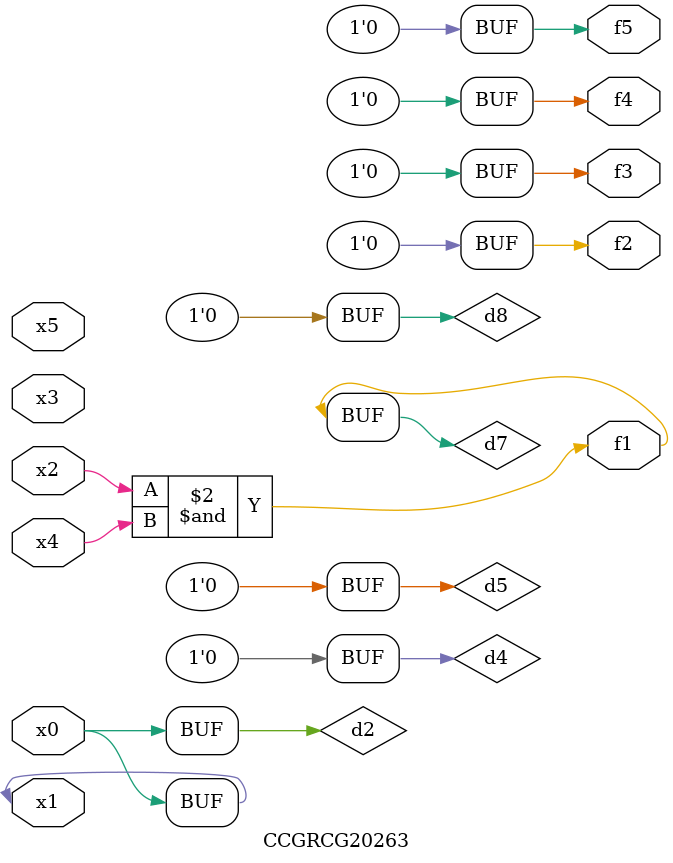
<source format=v>
module CCGRCG20263(
	input x0, x1, x2, x3, x4, x5,
	output f1, f2, f3, f4, f5
);

	wire d1, d2, d3, d4, d5, d6, d7, d8, d9;

	nand (d1, x1);
	buf (d2, x0, x1);
	nand (d3, x2, x4);
	and (d4, d1, d2);
	and (d5, d1, d2);
	nand (d6, d1, d3);
	not (d7, d3);
	xor (d8, d5);
	nor (d9, d5, d6);
	assign f1 = d7;
	assign f2 = d8;
	assign f3 = d8;
	assign f4 = d8;
	assign f5 = d8;
endmodule

</source>
